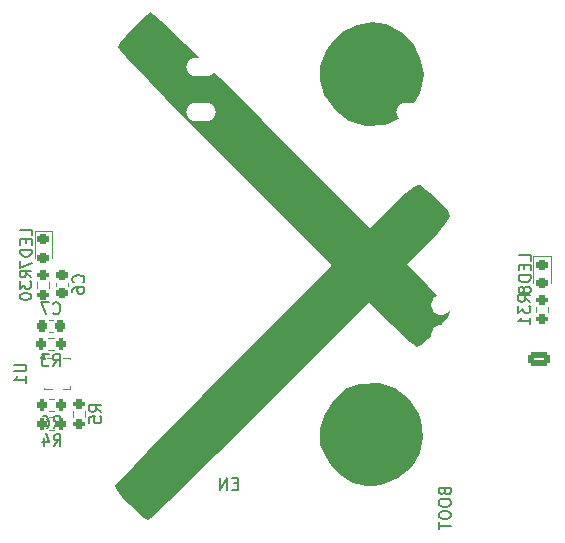
<source format=gbr>
%TF.GenerationSoftware,KiCad,Pcbnew,9.0.0*%
%TF.CreationDate,2025-04-14T11:35:23+05:30*%
%TF.ProjectId,esp32_quad_baro_bootser_nousb_BMP,65737033-325f-4717-9561-645f6261726f,rev?*%
%TF.SameCoordinates,Original*%
%TF.FileFunction,Legend,Bot*%
%TF.FilePolarity,Positive*%
%FSLAX46Y46*%
G04 Gerber Fmt 4.6, Leading zero omitted, Abs format (unit mm)*
G04 Created by KiCad (PCBNEW 9.0.0) date 2025-04-14 11:35:23*
%MOMM*%
%LPD*%
G01*
G04 APERTURE LIST*
G04 Aperture macros list*
%AMRoundRect*
0 Rectangle with rounded corners*
0 $1 Rounding radius*
0 $2 $3 $4 $5 $6 $7 $8 $9 X,Y pos of 4 corners*
0 Add a 4 corners polygon primitive as box body*
4,1,4,$2,$3,$4,$5,$6,$7,$8,$9,$2,$3,0*
0 Add four circle primitives for the rounded corners*
1,1,$1+$1,$2,$3*
1,1,$1+$1,$4,$5*
1,1,$1+$1,$6,$7*
1,1,$1+$1,$8,$9*
0 Add four rect primitives between the rounded corners*
20,1,$1+$1,$2,$3,$4,$5,0*
20,1,$1+$1,$4,$5,$6,$7,0*
20,1,$1+$1,$6,$7,$8,$9,0*
20,1,$1+$1,$8,$9,$2,$3,0*%
%AMHorizOval*
0 Thick line with rounded ends*
0 $1 width*
0 $2 $3 position (X,Y) of the first rounded end (center of the circle)*
0 $4 $5 position (X,Y) of the second rounded end (center of the circle)*
0 Add line between two ends*
20,1,$1,$2,$3,$4,$5,0*
0 Add two circle primitives to create the rounded ends*
1,1,$1,$2,$3*
1,1,$1,$4,$5*%
G04 Aperture macros list end*
%ADD10C,0.150000*%
%ADD11C,0.100000*%
%ADD12C,0.120000*%
%ADD13C,0.000000*%
%ADD14O,2.540000X1.524000*%
%ADD15RoundRect,0.250000X-0.650000X0.350000X-0.650000X-0.350000X0.650000X-0.350000X0.650000X0.350000X0*%
%ADD16O,1.800000X1.200000*%
%ADD17C,1.400000*%
%ADD18RoundRect,0.225000X-0.176777X0.494975X-0.494975X0.176777X0.176777X-0.494975X0.494975X-0.176777X0*%
%ADD19HorizOval,0.900000X-0.176777X0.176777X0.176777X-0.176777X0*%
%ADD20RoundRect,0.225000X0.176777X-0.494975X0.494975X-0.176777X-0.176777X0.494975X-0.494975X0.176777X0*%
%ADD21R,1.700000X1.700000*%
%ADD22O,1.700000X1.700000*%
%ADD23RoundRect,0.225000X0.494975X0.176777X0.176777X0.494975X-0.494975X-0.176777X-0.176777X-0.494975X0*%
%ADD24HorizOval,0.900000X0.176777X0.176777X-0.176777X-0.176777X0*%
%ADD25RoundRect,0.225000X-0.494975X-0.176777X-0.176777X-0.494975X0.494975X0.176777X0.176777X0.494975X0*%
%ADD26HorizOval,0.900000X-0.176777X-0.176777X0.176777X0.176777X0*%
%ADD27R,0.500000X0.350000*%
%ADD28RoundRect,0.225000X0.225000X0.250000X-0.225000X0.250000X-0.225000X-0.250000X0.225000X-0.250000X0*%
%ADD29RoundRect,0.218750X-0.256250X0.218750X-0.256250X-0.218750X0.256250X-0.218750X0.256250X0.218750X0*%
%ADD30RoundRect,0.200000X-0.200000X-0.275000X0.200000X-0.275000X0.200000X0.275000X-0.200000X0.275000X0*%
%ADD31RoundRect,0.200000X0.275000X-0.200000X0.275000X0.200000X-0.275000X0.200000X-0.275000X-0.200000X0*%
%ADD32RoundRect,0.225000X0.250000X-0.225000X0.250000X0.225000X-0.250000X0.225000X-0.250000X-0.225000X0*%
%ADD33RoundRect,0.200000X-0.275000X0.200000X-0.275000X-0.200000X0.275000X-0.200000X0.275000X0.200000X0*%
G04 APERTURE END LIST*
D10*
X126053220Y-104956009D02*
X125719887Y-104956009D01*
X125577030Y-105479819D02*
X126053220Y-105479819D01*
X126053220Y-105479819D02*
X126053220Y-104479819D01*
X126053220Y-104479819D02*
X125577030Y-104479819D01*
X125148458Y-105479819D02*
X125148458Y-104479819D01*
X125148458Y-104479819D02*
X124577030Y-105479819D01*
X124577030Y-105479819D02*
X124577030Y-104479819D01*
X143576009Y-105640112D02*
X143623628Y-105782969D01*
X143623628Y-105782969D02*
X143671247Y-105830588D01*
X143671247Y-105830588D02*
X143766485Y-105878207D01*
X143766485Y-105878207D02*
X143909342Y-105878207D01*
X143909342Y-105878207D02*
X144004580Y-105830588D01*
X144004580Y-105830588D02*
X144052200Y-105782969D01*
X144052200Y-105782969D02*
X144099819Y-105687731D01*
X144099819Y-105687731D02*
X144099819Y-105306779D01*
X144099819Y-105306779D02*
X143099819Y-105306779D01*
X143099819Y-105306779D02*
X143099819Y-105640112D01*
X143099819Y-105640112D02*
X143147438Y-105735350D01*
X143147438Y-105735350D02*
X143195057Y-105782969D01*
X143195057Y-105782969D02*
X143290295Y-105830588D01*
X143290295Y-105830588D02*
X143385533Y-105830588D01*
X143385533Y-105830588D02*
X143480771Y-105782969D01*
X143480771Y-105782969D02*
X143528390Y-105735350D01*
X143528390Y-105735350D02*
X143576009Y-105640112D01*
X143576009Y-105640112D02*
X143576009Y-105306779D01*
X143099819Y-106497255D02*
X143099819Y-106687731D01*
X143099819Y-106687731D02*
X143147438Y-106782969D01*
X143147438Y-106782969D02*
X143242676Y-106878207D01*
X143242676Y-106878207D02*
X143433152Y-106925826D01*
X143433152Y-106925826D02*
X143766485Y-106925826D01*
X143766485Y-106925826D02*
X143956961Y-106878207D01*
X143956961Y-106878207D02*
X144052200Y-106782969D01*
X144052200Y-106782969D02*
X144099819Y-106687731D01*
X144099819Y-106687731D02*
X144099819Y-106497255D01*
X144099819Y-106497255D02*
X144052200Y-106402017D01*
X144052200Y-106402017D02*
X143956961Y-106306779D01*
X143956961Y-106306779D02*
X143766485Y-106259160D01*
X143766485Y-106259160D02*
X143433152Y-106259160D01*
X143433152Y-106259160D02*
X143242676Y-106306779D01*
X143242676Y-106306779D02*
X143147438Y-106402017D01*
X143147438Y-106402017D02*
X143099819Y-106497255D01*
X143099819Y-107544874D02*
X143099819Y-107735350D01*
X143099819Y-107735350D02*
X143147438Y-107830588D01*
X143147438Y-107830588D02*
X143242676Y-107925826D01*
X143242676Y-107925826D02*
X143433152Y-107973445D01*
X143433152Y-107973445D02*
X143766485Y-107973445D01*
X143766485Y-107973445D02*
X143956961Y-107925826D01*
X143956961Y-107925826D02*
X144052200Y-107830588D01*
X144052200Y-107830588D02*
X144099819Y-107735350D01*
X144099819Y-107735350D02*
X144099819Y-107544874D01*
X144099819Y-107544874D02*
X144052200Y-107449636D01*
X144052200Y-107449636D02*
X143956961Y-107354398D01*
X143956961Y-107354398D02*
X143766485Y-107306779D01*
X143766485Y-107306779D02*
X143433152Y-107306779D01*
X143433152Y-107306779D02*
X143242676Y-107354398D01*
X143242676Y-107354398D02*
X143147438Y-107449636D01*
X143147438Y-107449636D02*
X143099819Y-107544874D01*
X143099819Y-108259160D02*
X143099819Y-108830588D01*
X144099819Y-108544874D02*
X143099819Y-108544874D01*
X107154819Y-94893095D02*
X107964342Y-94893095D01*
X107964342Y-94893095D02*
X108059580Y-94940714D01*
X108059580Y-94940714D02*
X108107200Y-94988333D01*
X108107200Y-94988333D02*
X108154819Y-95083571D01*
X108154819Y-95083571D02*
X108154819Y-95274047D01*
X108154819Y-95274047D02*
X108107200Y-95369285D01*
X108107200Y-95369285D02*
X108059580Y-95416904D01*
X108059580Y-95416904D02*
X107964342Y-95464523D01*
X107964342Y-95464523D02*
X107154819Y-95464523D01*
X108154819Y-96464523D02*
X108154819Y-95893095D01*
X108154819Y-96178809D02*
X107154819Y-96178809D01*
X107154819Y-96178809D02*
X107297676Y-96083571D01*
X107297676Y-96083571D02*
X107392914Y-95988333D01*
X107392914Y-95988333D02*
X107440533Y-95893095D01*
X110431666Y-90539580D02*
X110479285Y-90587200D01*
X110479285Y-90587200D02*
X110622142Y-90634819D01*
X110622142Y-90634819D02*
X110717380Y-90634819D01*
X110717380Y-90634819D02*
X110860237Y-90587200D01*
X110860237Y-90587200D02*
X110955475Y-90491961D01*
X110955475Y-90491961D02*
X111003094Y-90396723D01*
X111003094Y-90396723D02*
X111050713Y-90206247D01*
X111050713Y-90206247D02*
X111050713Y-90063390D01*
X111050713Y-90063390D02*
X111003094Y-89872914D01*
X111003094Y-89872914D02*
X110955475Y-89777676D01*
X110955475Y-89777676D02*
X110860237Y-89682438D01*
X110860237Y-89682438D02*
X110717380Y-89634819D01*
X110717380Y-89634819D02*
X110622142Y-89634819D01*
X110622142Y-89634819D02*
X110479285Y-89682438D01*
X110479285Y-89682438D02*
X110431666Y-89730057D01*
X110098332Y-89634819D02*
X109431666Y-89634819D01*
X109431666Y-89634819D02*
X109860237Y-90634819D01*
X108634819Y-83943452D02*
X108634819Y-83467262D01*
X108634819Y-83467262D02*
X107634819Y-83467262D01*
X108111009Y-84276786D02*
X108111009Y-84610119D01*
X108634819Y-84752976D02*
X108634819Y-84276786D01*
X108634819Y-84276786D02*
X107634819Y-84276786D01*
X107634819Y-84276786D02*
X107634819Y-84752976D01*
X108634819Y-85181548D02*
X107634819Y-85181548D01*
X107634819Y-85181548D02*
X107634819Y-85419643D01*
X107634819Y-85419643D02*
X107682438Y-85562500D01*
X107682438Y-85562500D02*
X107777676Y-85657738D01*
X107777676Y-85657738D02*
X107872914Y-85705357D01*
X107872914Y-85705357D02*
X108063390Y-85752976D01*
X108063390Y-85752976D02*
X108206247Y-85752976D01*
X108206247Y-85752976D02*
X108396723Y-85705357D01*
X108396723Y-85705357D02*
X108491961Y-85657738D01*
X108491961Y-85657738D02*
X108587200Y-85562500D01*
X108587200Y-85562500D02*
X108634819Y-85419643D01*
X108634819Y-85419643D02*
X108634819Y-85181548D01*
X107634819Y-86086310D02*
X107634819Y-86752976D01*
X107634819Y-86752976D02*
X108634819Y-86324405D01*
X110481666Y-101774819D02*
X110814999Y-101298628D01*
X111053094Y-101774819D02*
X111053094Y-100774819D01*
X111053094Y-100774819D02*
X110672142Y-100774819D01*
X110672142Y-100774819D02*
X110576904Y-100822438D01*
X110576904Y-100822438D02*
X110529285Y-100870057D01*
X110529285Y-100870057D02*
X110481666Y-100965295D01*
X110481666Y-100965295D02*
X110481666Y-101108152D01*
X110481666Y-101108152D02*
X110529285Y-101203390D01*
X110529285Y-101203390D02*
X110576904Y-101251009D01*
X110576904Y-101251009D02*
X110672142Y-101298628D01*
X110672142Y-101298628D02*
X111053094Y-101298628D01*
X109624523Y-101108152D02*
X109624523Y-101774819D01*
X109862618Y-100727200D02*
X110100713Y-101441485D01*
X110100713Y-101441485D02*
X109481666Y-101441485D01*
X114504819Y-98908333D02*
X114028628Y-98575000D01*
X114504819Y-98336905D02*
X113504819Y-98336905D01*
X113504819Y-98336905D02*
X113504819Y-98717857D01*
X113504819Y-98717857D02*
X113552438Y-98813095D01*
X113552438Y-98813095D02*
X113600057Y-98860714D01*
X113600057Y-98860714D02*
X113695295Y-98908333D01*
X113695295Y-98908333D02*
X113838152Y-98908333D01*
X113838152Y-98908333D02*
X113933390Y-98860714D01*
X113933390Y-98860714D02*
X113981009Y-98813095D01*
X113981009Y-98813095D02*
X114028628Y-98717857D01*
X114028628Y-98717857D02*
X114028628Y-98336905D01*
X113504819Y-99813095D02*
X113504819Y-99336905D01*
X113504819Y-99336905D02*
X113981009Y-99289286D01*
X113981009Y-99289286D02*
X113933390Y-99336905D01*
X113933390Y-99336905D02*
X113885771Y-99432143D01*
X113885771Y-99432143D02*
X113885771Y-99670238D01*
X113885771Y-99670238D02*
X113933390Y-99765476D01*
X113933390Y-99765476D02*
X113981009Y-99813095D01*
X113981009Y-99813095D02*
X114076247Y-99860714D01*
X114076247Y-99860714D02*
X114314342Y-99860714D01*
X114314342Y-99860714D02*
X114409580Y-99813095D01*
X114409580Y-99813095D02*
X114457200Y-99765476D01*
X114457200Y-99765476D02*
X114504819Y-99670238D01*
X114504819Y-99670238D02*
X114504819Y-99432143D01*
X114504819Y-99432143D02*
X114457200Y-99336905D01*
X114457200Y-99336905D02*
X114409580Y-99289286D01*
X112979580Y-87928333D02*
X113027200Y-87880714D01*
X113027200Y-87880714D02*
X113074819Y-87737857D01*
X113074819Y-87737857D02*
X113074819Y-87642619D01*
X113074819Y-87642619D02*
X113027200Y-87499762D01*
X113027200Y-87499762D02*
X112931961Y-87404524D01*
X112931961Y-87404524D02*
X112836723Y-87356905D01*
X112836723Y-87356905D02*
X112646247Y-87309286D01*
X112646247Y-87309286D02*
X112503390Y-87309286D01*
X112503390Y-87309286D02*
X112312914Y-87356905D01*
X112312914Y-87356905D02*
X112217676Y-87404524D01*
X112217676Y-87404524D02*
X112122438Y-87499762D01*
X112122438Y-87499762D02*
X112074819Y-87642619D01*
X112074819Y-87642619D02*
X112074819Y-87737857D01*
X112074819Y-87737857D02*
X112122438Y-87880714D01*
X112122438Y-87880714D02*
X112170057Y-87928333D01*
X112074819Y-88785476D02*
X112074819Y-88595000D01*
X112074819Y-88595000D02*
X112122438Y-88499762D01*
X112122438Y-88499762D02*
X112170057Y-88452143D01*
X112170057Y-88452143D02*
X112312914Y-88356905D01*
X112312914Y-88356905D02*
X112503390Y-88309286D01*
X112503390Y-88309286D02*
X112884342Y-88309286D01*
X112884342Y-88309286D02*
X112979580Y-88356905D01*
X112979580Y-88356905D02*
X113027200Y-88404524D01*
X113027200Y-88404524D02*
X113074819Y-88499762D01*
X113074819Y-88499762D02*
X113074819Y-88690238D01*
X113074819Y-88690238D02*
X113027200Y-88785476D01*
X113027200Y-88785476D02*
X112979580Y-88833095D01*
X112979580Y-88833095D02*
X112884342Y-88880714D01*
X112884342Y-88880714D02*
X112646247Y-88880714D01*
X112646247Y-88880714D02*
X112551009Y-88833095D01*
X112551009Y-88833095D02*
X112503390Y-88785476D01*
X112503390Y-88785476D02*
X112455771Y-88690238D01*
X112455771Y-88690238D02*
X112455771Y-88499762D01*
X112455771Y-88499762D02*
X112503390Y-88404524D01*
X112503390Y-88404524D02*
X112551009Y-88356905D01*
X112551009Y-88356905D02*
X112646247Y-88309286D01*
X108604819Y-87512142D02*
X108128628Y-87178809D01*
X108604819Y-86940714D02*
X107604819Y-86940714D01*
X107604819Y-86940714D02*
X107604819Y-87321666D01*
X107604819Y-87321666D02*
X107652438Y-87416904D01*
X107652438Y-87416904D02*
X107700057Y-87464523D01*
X107700057Y-87464523D02*
X107795295Y-87512142D01*
X107795295Y-87512142D02*
X107938152Y-87512142D01*
X107938152Y-87512142D02*
X108033390Y-87464523D01*
X108033390Y-87464523D02*
X108081009Y-87416904D01*
X108081009Y-87416904D02*
X108128628Y-87321666D01*
X108128628Y-87321666D02*
X108128628Y-86940714D01*
X107604819Y-87845476D02*
X107604819Y-88464523D01*
X107604819Y-88464523D02*
X107985771Y-88131190D01*
X107985771Y-88131190D02*
X107985771Y-88274047D01*
X107985771Y-88274047D02*
X108033390Y-88369285D01*
X108033390Y-88369285D02*
X108081009Y-88416904D01*
X108081009Y-88416904D02*
X108176247Y-88464523D01*
X108176247Y-88464523D02*
X108414342Y-88464523D01*
X108414342Y-88464523D02*
X108509580Y-88416904D01*
X108509580Y-88416904D02*
X108557200Y-88369285D01*
X108557200Y-88369285D02*
X108604819Y-88274047D01*
X108604819Y-88274047D02*
X108604819Y-87988333D01*
X108604819Y-87988333D02*
X108557200Y-87893095D01*
X108557200Y-87893095D02*
X108509580Y-87845476D01*
X107604819Y-89083571D02*
X107604819Y-89178809D01*
X107604819Y-89178809D02*
X107652438Y-89274047D01*
X107652438Y-89274047D02*
X107700057Y-89321666D01*
X107700057Y-89321666D02*
X107795295Y-89369285D01*
X107795295Y-89369285D02*
X107985771Y-89416904D01*
X107985771Y-89416904D02*
X108223866Y-89416904D01*
X108223866Y-89416904D02*
X108414342Y-89369285D01*
X108414342Y-89369285D02*
X108509580Y-89321666D01*
X108509580Y-89321666D02*
X108557200Y-89274047D01*
X108557200Y-89274047D02*
X108604819Y-89178809D01*
X108604819Y-89178809D02*
X108604819Y-89083571D01*
X108604819Y-89083571D02*
X108557200Y-88988333D01*
X108557200Y-88988333D02*
X108509580Y-88940714D01*
X108509580Y-88940714D02*
X108414342Y-88893095D01*
X108414342Y-88893095D02*
X108223866Y-88845476D01*
X108223866Y-88845476D02*
X107985771Y-88845476D01*
X107985771Y-88845476D02*
X107795295Y-88893095D01*
X107795295Y-88893095D02*
X107700057Y-88940714D01*
X107700057Y-88940714D02*
X107652438Y-88988333D01*
X107652438Y-88988333D02*
X107604819Y-89083571D01*
X150834819Y-89577142D02*
X150358628Y-89243809D01*
X150834819Y-89005714D02*
X149834819Y-89005714D01*
X149834819Y-89005714D02*
X149834819Y-89386666D01*
X149834819Y-89386666D02*
X149882438Y-89481904D01*
X149882438Y-89481904D02*
X149930057Y-89529523D01*
X149930057Y-89529523D02*
X150025295Y-89577142D01*
X150025295Y-89577142D02*
X150168152Y-89577142D01*
X150168152Y-89577142D02*
X150263390Y-89529523D01*
X150263390Y-89529523D02*
X150311009Y-89481904D01*
X150311009Y-89481904D02*
X150358628Y-89386666D01*
X150358628Y-89386666D02*
X150358628Y-89005714D01*
X149834819Y-89910476D02*
X149834819Y-90529523D01*
X149834819Y-90529523D02*
X150215771Y-90196190D01*
X150215771Y-90196190D02*
X150215771Y-90339047D01*
X150215771Y-90339047D02*
X150263390Y-90434285D01*
X150263390Y-90434285D02*
X150311009Y-90481904D01*
X150311009Y-90481904D02*
X150406247Y-90529523D01*
X150406247Y-90529523D02*
X150644342Y-90529523D01*
X150644342Y-90529523D02*
X150739580Y-90481904D01*
X150739580Y-90481904D02*
X150787200Y-90434285D01*
X150787200Y-90434285D02*
X150834819Y-90339047D01*
X150834819Y-90339047D02*
X150834819Y-90053333D01*
X150834819Y-90053333D02*
X150787200Y-89958095D01*
X150787200Y-89958095D02*
X150739580Y-89910476D01*
X150834819Y-91481904D02*
X150834819Y-90910476D01*
X150834819Y-91196190D02*
X149834819Y-91196190D01*
X149834819Y-91196190D02*
X149977676Y-91100952D01*
X149977676Y-91100952D02*
X150072914Y-91005714D01*
X150072914Y-91005714D02*
X150120533Y-90910476D01*
X150864819Y-86108452D02*
X150864819Y-85632262D01*
X150864819Y-85632262D02*
X149864819Y-85632262D01*
X150341009Y-86441786D02*
X150341009Y-86775119D01*
X150864819Y-86917976D02*
X150864819Y-86441786D01*
X150864819Y-86441786D02*
X149864819Y-86441786D01*
X149864819Y-86441786D02*
X149864819Y-86917976D01*
X150864819Y-87346548D02*
X149864819Y-87346548D01*
X149864819Y-87346548D02*
X149864819Y-87584643D01*
X149864819Y-87584643D02*
X149912438Y-87727500D01*
X149912438Y-87727500D02*
X150007676Y-87822738D01*
X150007676Y-87822738D02*
X150102914Y-87870357D01*
X150102914Y-87870357D02*
X150293390Y-87917976D01*
X150293390Y-87917976D02*
X150436247Y-87917976D01*
X150436247Y-87917976D02*
X150626723Y-87870357D01*
X150626723Y-87870357D02*
X150721961Y-87822738D01*
X150721961Y-87822738D02*
X150817200Y-87727500D01*
X150817200Y-87727500D02*
X150864819Y-87584643D01*
X150864819Y-87584643D02*
X150864819Y-87346548D01*
X150293390Y-88489405D02*
X150245771Y-88394167D01*
X150245771Y-88394167D02*
X150198152Y-88346548D01*
X150198152Y-88346548D02*
X150102914Y-88298929D01*
X150102914Y-88298929D02*
X150055295Y-88298929D01*
X150055295Y-88298929D02*
X149960057Y-88346548D01*
X149960057Y-88346548D02*
X149912438Y-88394167D01*
X149912438Y-88394167D02*
X149864819Y-88489405D01*
X149864819Y-88489405D02*
X149864819Y-88679881D01*
X149864819Y-88679881D02*
X149912438Y-88775119D01*
X149912438Y-88775119D02*
X149960057Y-88822738D01*
X149960057Y-88822738D02*
X150055295Y-88870357D01*
X150055295Y-88870357D02*
X150102914Y-88870357D01*
X150102914Y-88870357D02*
X150198152Y-88822738D01*
X150198152Y-88822738D02*
X150245771Y-88775119D01*
X150245771Y-88775119D02*
X150293390Y-88679881D01*
X150293390Y-88679881D02*
X150293390Y-88489405D01*
X150293390Y-88489405D02*
X150341009Y-88394167D01*
X150341009Y-88394167D02*
X150388628Y-88346548D01*
X150388628Y-88346548D02*
X150483866Y-88298929D01*
X150483866Y-88298929D02*
X150674342Y-88298929D01*
X150674342Y-88298929D02*
X150769580Y-88346548D01*
X150769580Y-88346548D02*
X150817200Y-88394167D01*
X150817200Y-88394167D02*
X150864819Y-88489405D01*
X150864819Y-88489405D02*
X150864819Y-88679881D01*
X150864819Y-88679881D02*
X150817200Y-88775119D01*
X150817200Y-88775119D02*
X150769580Y-88822738D01*
X150769580Y-88822738D02*
X150674342Y-88870357D01*
X150674342Y-88870357D02*
X150483866Y-88870357D01*
X150483866Y-88870357D02*
X150388628Y-88822738D01*
X150388628Y-88822738D02*
X150341009Y-88775119D01*
X150341009Y-88775119D02*
X150293390Y-88679881D01*
X110471666Y-100224819D02*
X110804999Y-99748628D01*
X111043094Y-100224819D02*
X111043094Y-99224819D01*
X111043094Y-99224819D02*
X110662142Y-99224819D01*
X110662142Y-99224819D02*
X110566904Y-99272438D01*
X110566904Y-99272438D02*
X110519285Y-99320057D01*
X110519285Y-99320057D02*
X110471666Y-99415295D01*
X110471666Y-99415295D02*
X110471666Y-99558152D01*
X110471666Y-99558152D02*
X110519285Y-99653390D01*
X110519285Y-99653390D02*
X110566904Y-99701009D01*
X110566904Y-99701009D02*
X110662142Y-99748628D01*
X110662142Y-99748628D02*
X111043094Y-99748628D01*
X109614523Y-99224819D02*
X109804999Y-99224819D01*
X109804999Y-99224819D02*
X109900237Y-99272438D01*
X109900237Y-99272438D02*
X109947856Y-99320057D01*
X109947856Y-99320057D02*
X110043094Y-99462914D01*
X110043094Y-99462914D02*
X110090713Y-99653390D01*
X110090713Y-99653390D02*
X110090713Y-100034342D01*
X110090713Y-100034342D02*
X110043094Y-100129580D01*
X110043094Y-100129580D02*
X109995475Y-100177200D01*
X109995475Y-100177200D02*
X109900237Y-100224819D01*
X109900237Y-100224819D02*
X109709761Y-100224819D01*
X109709761Y-100224819D02*
X109614523Y-100177200D01*
X109614523Y-100177200D02*
X109566904Y-100129580D01*
X109566904Y-100129580D02*
X109519285Y-100034342D01*
X109519285Y-100034342D02*
X109519285Y-99796247D01*
X109519285Y-99796247D02*
X109566904Y-99701009D01*
X109566904Y-99701009D02*
X109614523Y-99653390D01*
X109614523Y-99653390D02*
X109709761Y-99605771D01*
X109709761Y-99605771D02*
X109900237Y-99605771D01*
X109900237Y-99605771D02*
X109995475Y-99653390D01*
X109995475Y-99653390D02*
X110043094Y-99701009D01*
X110043094Y-99701009D02*
X110090713Y-99796247D01*
X110411666Y-95024819D02*
X110744999Y-94548628D01*
X110983094Y-95024819D02*
X110983094Y-94024819D01*
X110983094Y-94024819D02*
X110602142Y-94024819D01*
X110602142Y-94024819D02*
X110506904Y-94072438D01*
X110506904Y-94072438D02*
X110459285Y-94120057D01*
X110459285Y-94120057D02*
X110411666Y-94215295D01*
X110411666Y-94215295D02*
X110411666Y-94358152D01*
X110411666Y-94358152D02*
X110459285Y-94453390D01*
X110459285Y-94453390D02*
X110506904Y-94501009D01*
X110506904Y-94501009D02*
X110602142Y-94548628D01*
X110602142Y-94548628D02*
X110983094Y-94548628D01*
X110078332Y-94024819D02*
X109459285Y-94024819D01*
X109459285Y-94024819D02*
X109792618Y-94405771D01*
X109792618Y-94405771D02*
X109649761Y-94405771D01*
X109649761Y-94405771D02*
X109554523Y-94453390D01*
X109554523Y-94453390D02*
X109506904Y-94501009D01*
X109506904Y-94501009D02*
X109459285Y-94596247D01*
X109459285Y-94596247D02*
X109459285Y-94834342D01*
X109459285Y-94834342D02*
X109506904Y-94929580D01*
X109506904Y-94929580D02*
X109554523Y-94977200D01*
X109554523Y-94977200D02*
X109649761Y-95024819D01*
X109649761Y-95024819D02*
X109935475Y-95024819D01*
X109935475Y-95024819D02*
X110030713Y-94977200D01*
X110030713Y-94977200D02*
X110078332Y-94929580D01*
D11*
%TO.C,U1*%
X109700000Y-97005000D02*
X109700000Y-96855000D01*
X109700000Y-97005000D02*
X110340000Y-97005000D01*
X109900000Y-94305000D02*
X110340000Y-94305000D01*
X111260000Y-94305000D02*
X111900000Y-94305000D01*
X111260000Y-97005000D02*
X111900000Y-97005000D01*
X111875000Y-96880000D02*
X111875000Y-96730000D01*
X111900000Y-94455000D02*
X111900000Y-94305000D01*
X109700000Y-94305000D02*
X109340000Y-94305000D01*
X109700000Y-93945000D01*
X109700000Y-94305000D01*
G36*
X109700000Y-94305000D02*
G01*
X109340000Y-94305000D01*
X109700000Y-93945000D01*
X109700000Y-94305000D01*
G37*
D12*
%TO.C,C7*%
X110124420Y-91100000D02*
X110405580Y-91100000D01*
X110124420Y-92120000D02*
X110405580Y-92120000D01*
D13*
%TO.C,G\u002A\u002A\u002A*%
G36*
X138660260Y-66098187D02*
G01*
X139892801Y-66737068D01*
X140876294Y-67709812D01*
X141538721Y-68918025D01*
X141808067Y-70263312D01*
X141612314Y-71647279D01*
X141421329Y-72099509D01*
X140710146Y-73129769D01*
X139765769Y-73999307D01*
X138768297Y-74525839D01*
X138332775Y-74633331D01*
X136891164Y-74662648D01*
X135520179Y-74242040D01*
X134349752Y-73427157D01*
X133509810Y-72273647D01*
X133403855Y-72046463D01*
X133013922Y-70787161D01*
X133064590Y-69603953D01*
X133558192Y-68305659D01*
X133932558Y-67716562D01*
X134921962Y-66770765D01*
X136136769Y-66124464D01*
X137398426Y-65889977D01*
X138660260Y-66098187D01*
G37*
G36*
X139395284Y-96899907D02*
G01*
X140550610Y-97772753D01*
X141386985Y-99058212D01*
X141586347Y-99589519D01*
X141784538Y-101035843D01*
X141502884Y-102391935D01*
X140785436Y-103574037D01*
X139676245Y-104498388D01*
X138219362Y-105081230D01*
X137549181Y-105188563D01*
X137003404Y-105182246D01*
X136560476Y-105079870D01*
X135861438Y-104914941D01*
X135660175Y-104849923D01*
X134858129Y-104340830D01*
X134062863Y-103531776D01*
X133417616Y-102588638D01*
X133065626Y-101677291D01*
X133055461Y-100350721D01*
X133459717Y-99042525D01*
X134197928Y-97884885D01*
X135188736Y-97005250D01*
X136350783Y-96531065D01*
X136390307Y-96523788D01*
X137986639Y-96472607D01*
X139395284Y-96899907D01*
G37*
G36*
X118753148Y-65073433D02*
G01*
X118999061Y-65263381D01*
X119587034Y-65799036D01*
X120478699Y-66643181D01*
X121635690Y-67758601D01*
X123019640Y-69108079D01*
X124592182Y-70654399D01*
X126314950Y-72360347D01*
X128149578Y-74188706D01*
X137267837Y-83304007D01*
X139101445Y-81484450D01*
X139566759Y-81034692D01*
X140352811Y-80330625D01*
X140973106Y-79845559D01*
X141323362Y-79664893D01*
X141509069Y-79718189D01*
X142048835Y-80075823D01*
X142708475Y-80654390D01*
X143350218Y-81317216D01*
X143836295Y-81927626D01*
X144028936Y-82348947D01*
X143973291Y-82505546D01*
X143615748Y-83024807D01*
X143000187Y-83754664D01*
X142212247Y-84589495D01*
X140395558Y-86420213D01*
X142212247Y-88250930D01*
X142659329Y-88713468D01*
X143363237Y-89499475D01*
X143848265Y-90120104D01*
X144028936Y-90470904D01*
X144028742Y-90477244D01*
X143842105Y-90840737D01*
X143386989Y-91430668D01*
X142783644Y-92116586D01*
X142152320Y-92768040D01*
X141613267Y-93254576D01*
X141286735Y-93445745D01*
X141144302Y-93363353D01*
X140670990Y-92976397D01*
X139966070Y-92344696D01*
X139121133Y-91548490D01*
X137151028Y-89651235D01*
X127958028Y-98844234D01*
X127870212Y-98932039D01*
X126033031Y-100763462D01*
X124310023Y-102470914D01*
X122739293Y-104017343D01*
X121358951Y-105365693D01*
X120207103Y-106478911D01*
X119321858Y-107319943D01*
X118741322Y-107851736D01*
X118503605Y-108037234D01*
X118498071Y-108037044D01*
X118158053Y-107843369D01*
X117595583Y-107371043D01*
X116937432Y-106745886D01*
X116310370Y-106093715D01*
X115841168Y-105540349D01*
X115656596Y-105211605D01*
X115657034Y-105208433D01*
X115859962Y-104949887D01*
X116407435Y-104350448D01*
X117262402Y-103448304D01*
X118387813Y-102281639D01*
X119746618Y-100888639D01*
X121301766Y-99307490D01*
X123016208Y-97576377D01*
X124852893Y-95733487D01*
X134049191Y-86534291D01*
X124988000Y-77427360D01*
X123175154Y-75598669D01*
X121475513Y-73871136D01*
X119935206Y-72292486D01*
X118591467Y-70901496D01*
X117481526Y-69736945D01*
X116642615Y-68837612D01*
X116111965Y-68242273D01*
X115926809Y-67989709D01*
X116108380Y-67634684D01*
X116571808Y-67055512D01*
X117192511Y-66381215D01*
X117845902Y-65740376D01*
X118407399Y-65261578D01*
X118752416Y-65073404D01*
X118753148Y-65073433D01*
G37*
D12*
%TO.C,LED7*%
X108875000Y-83577500D02*
X108875000Y-85862500D01*
X110345000Y-83577500D02*
X108875000Y-83577500D01*
X110345000Y-85862500D02*
X110345000Y-83577500D01*
%TO.C,R4*%
X110552258Y-99367500D02*
X110077742Y-99367500D01*
X110552258Y-100412500D02*
X110077742Y-100412500D01*
%TO.C,R5*%
X112097500Y-98837742D02*
X112097500Y-99312258D01*
X113142500Y-98837742D02*
X113142500Y-99312258D01*
%TO.C,C6*%
X110680000Y-87954420D02*
X110680000Y-88235580D01*
X111700000Y-87954420D02*
X111700000Y-88235580D01*
%TO.C,R30*%
X109057500Y-88392258D02*
X109057500Y-87917742D01*
X110102500Y-88392258D02*
X110102500Y-87917742D01*
%TO.C,R31*%
X151287500Y-90457258D02*
X151287500Y-89982742D01*
X152332500Y-90457258D02*
X152332500Y-89982742D01*
%TO.C,LED8*%
X151105000Y-85742500D02*
X151105000Y-88027500D01*
X152575000Y-85742500D02*
X151105000Y-85742500D01*
X152575000Y-88027500D02*
X152575000Y-85742500D01*
%TO.C,R6*%
X110542258Y-97817500D02*
X110067742Y-97817500D01*
X110542258Y-98862500D02*
X110067742Y-98862500D01*
%TO.C,R3*%
X110482258Y-92617500D02*
X110007742Y-92617500D01*
X110482258Y-93662500D02*
X110007742Y-93662500D01*
%TD*%
%LPC*%
D14*
%TO.C,U2*%
X122967000Y-69660000D03*
X122967000Y-73470000D03*
X140747000Y-73470000D03*
X140747000Y-65850000D03*
%TD*%
D15*
%TO.C,J1*%
X151590000Y-94450000D03*
D16*
X151590000Y-96450000D03*
%TD*%
D17*
%TO.C,SW1*%
X153390000Y-88460000D03*
X153390000Y-82160000D03*
%TD*%
D18*
%TO.C,J5*%
X112697260Y-68502530D03*
D19*
X111813377Y-69386413D03*
%TD*%
D20*
%TO.C,J4*%
X148656117Y-104223883D03*
D19*
X149540000Y-103340000D03*
%TD*%
D21*
%TO.C,J8*%
X118358920Y-87313770D03*
D22*
X118358920Y-89853770D03*
X118358920Y-92393770D03*
X118358920Y-94933770D03*
X118358920Y-97473770D03*
X118358920Y-100013770D03*
%TD*%
D23*
%TO.C,J6*%
X149100540Y-68442840D03*
D24*
X148216657Y-67558957D03*
%TD*%
D25*
%TO.C,J2*%
X112712500Y-104505760D03*
D26*
X113596383Y-105389643D03*
%TD*%
D21*
%TO.C,J9*%
X143302990Y-87341710D03*
D22*
X143302990Y-89881710D03*
X143302990Y-92421710D03*
X143302990Y-94961710D03*
X143302990Y-97501710D03*
X143302990Y-100041710D03*
%TD*%
D27*
%TO.C,U1*%
X110000000Y-94680000D03*
X110000000Y-95330000D03*
X110000000Y-95980000D03*
X110000000Y-96630000D03*
X111600000Y-96630000D03*
X111600000Y-95980000D03*
X111600000Y-95330000D03*
X111600000Y-94680000D03*
%TD*%
D28*
%TO.C,C7*%
X111040000Y-91610000D03*
X109490000Y-91610000D03*
%TD*%
D29*
%TO.C,LED7*%
X109610000Y-84275000D03*
X109610000Y-85850000D03*
%TD*%
D30*
%TO.C,R4*%
X109490000Y-99890000D03*
X111140000Y-99890000D03*
%TD*%
D31*
%TO.C,R5*%
X112620000Y-99900000D03*
X112620000Y-98250000D03*
%TD*%
D32*
%TO.C,C6*%
X111190000Y-88870000D03*
X111190000Y-87320000D03*
%TD*%
D33*
%TO.C,R30*%
X109580000Y-87330000D03*
X109580000Y-88980000D03*
%TD*%
%TO.C,R31*%
X151810000Y-89395000D03*
X151810000Y-91045000D03*
%TD*%
D29*
%TO.C,LED8*%
X151840000Y-86440000D03*
X151840000Y-88015000D03*
%TD*%
D30*
%TO.C,R6*%
X109480000Y-98340000D03*
X111130000Y-98340000D03*
%TD*%
%TO.C,R3*%
X109420000Y-93140000D03*
X111070000Y-93140000D03*
%TD*%
%LPD*%
M02*

</source>
